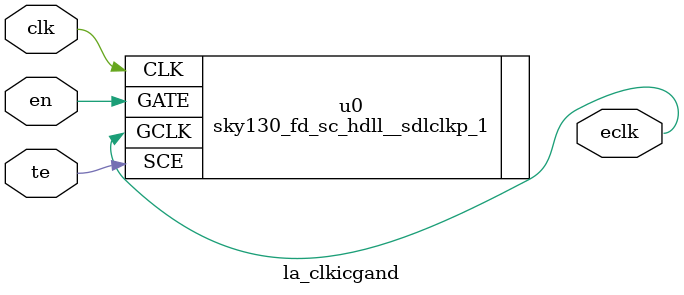
<source format=v>

module la_clkicgand #(
    parameter PROP = "DEFAULT"
) (
    input  clk,  // clock input
    input  te,   // test enable
    input  en,   // enable (from positive edge FF)
    output eclk  // enabled clock output
);

    // reg en_stable;

    // always @(clk or en or te) if (~clk) en_stable <= en | te;

    // assign eclk = clk & en_stable;

sky130_fd_sc_hdll__sdlclkp_1 u0(.CLK(clk), .SCE(te), .GATE(en), .GCLK(eclk));

endmodule

</source>
